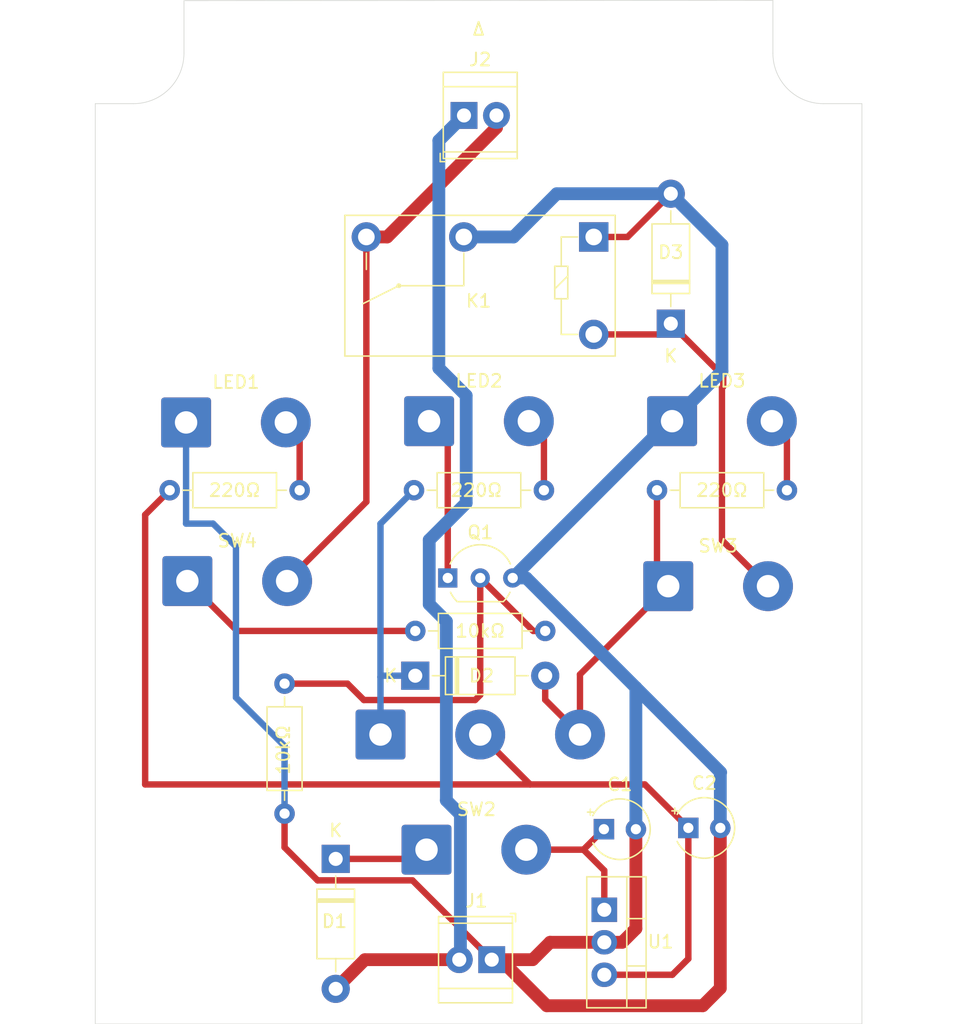
<source format=kicad_pcb>
(kicad_pcb (version 20211014) (generator pcbnew)
  (layers (0 "F.Cu" signal) (31 "B.Cu" signal) (34 "B.Paste" user) (35 "F.Paste" user) (36 "B.SilkS" user "B.Silkscreen") (37 "F.SilkS" user "F.Silkscreen") (38 "B.Mask" user) (39 "F.Mask" user) (44 "Edge.Cuts" user))
  (net 0 "")
  (net 1 "Net-(C1-Pad1)")
  (net 2 "GND")
  (net 3 "+5V")
  (net 4 "Net-(D1-Pad1)")
  (net 5 "VCC")
  (net 6 "TEST")
  (net 7 "ARM")
  (net 8 "Net-(D3-Pad1)")
  (net 9 "IGNITER")
  (net 10 "Net-(LED1-Pad2)")
  (net 11 "Net-(LED2-Pad2)")
  (net 12 "Net-(LED3-Pad2)")
  (net 13 "Net-(Q1-Pad2)")
  (net 14 "Net-(R5-Pad2)")
  (net 15 "Net-(LED2-Pad1)")
  (footprint "MountingHole:MountingHole_3.2mm_M3" (layer "F.Cu") (at 27.432 37.465)
    (fp_text reference "REF**" hide)
    (fp_text value "MountingHole_3.2mm_M3")
    (pad "" np_thru_hole circle locked (at 0 0) (size 3.2 3.2) (drill 3.2) (layers *.Cu *.Mask))
  )
  (footprint "MountingHole:MountingHole_3.2mm_M3" (layer "F.Cu") (at 83.312 37.465)
    (fp_text reference "REF**" hide)
    (fp_text value "MountingHole_3.2mm_M3")
    (pad "" np_thru_hole circle locked (at 0 0) (size 3.2 3.2) (drill 3.2) (layers *.Cu *.Mask))
  )
  (footprint "MountingHole:MountingHole_3.2mm_M3" (layer "F.Cu") (at 27.5336 96.139)
    (fp_text reference "REF**" hide)
    (fp_text value "MountingHole_3.2mm_M3")
    (pad "" np_thru_hole circle locked (at 0 0) (size 3.2 3.2) (drill 3.2) (layers *.Cu *.Mask))
  )
  (footprint "MountingHole:MountingHole_3.2mm_M3" (layer "F.Cu") (at 83.312 96.139)
    (fp_text reference "REF**" hide)
    (fp_text value "MountingHole_3.2mm_M3")
    (pad "" np_thru_hole circle locked (at 0 0) (size 3.2 3.2) (drill 3.2) (layers *.Cu *.Mask))
  )
  (footprint "Package_TO_SOT_THT:TO-92_Inline_Wide" (layer "F.Cu") (at 52.96 70.56)
    (fp_text reference "Q1" (at 2.54 -3.56) (layer "F.SilkS"))
    (fp_text value "BS170")
    (fp_line (start 0.74 1.85) (end 4.34 1.85) (layer "F.SilkS") (width 0.12))
    (fp_arc (start 0.74 1.85) (mid 0.446097 1.509328) (end 0.215816 1.122795) (layer "F.SilkS") (width 0.12))
    (fp_arc (start 0.1836 -1.098807) (mid 1.143021 -2.192817) (end 2.54 -2.6) (layer "F.SilkS") (width 0.12))
    (fp_arc (start 4.864184 1.122795) (mid 4.633903 1.509328) (end 4.34 1.85) (layer "F.SilkS") (width 0.12))
    (fp_arc (start 2.54 -2.6) (mid 3.936979 -2.192818) (end 4.8964 -1.098807) (layer "F.SilkS") (width 0.12))
    (pad "1" thru_hole rect (at 0 0) (size 1.5 1.5) (drill 0.8) (layers *.Cu *.Mask) (net 15 "Net-(LED2-Pad1)"))
    (pad "2" thru_hole circle (at 2.54 0) (size 1.5 1.5) (drill 0.8) (layers *.Cu *.Mask) (net 13 "Net-(Q1-Pad2)"))
    (pad "3" thru_hole circle (at 5.08 0) (size 1.5 1.5) (drill 0.8) (layers *.Cu *.Mask) (net 2 "GND"))
  )
  (footprint "Resistor_THT:R_Axial_DIN0207_L6.3mm_D2.5mm_P10.16mm_Horizontal" (layer "F.Cu") (at 69.32 63.7)
    (fp_text reference "R3" hide)
    (fp_text value "220Ω" (at 5.08 0) (layer "F.SilkS"))
    (fp_line (start 9.12 0) (end 8.35 0) (layer "F.SilkS") (width 0.12))
    (fp_line (start 1.81 1.37) (end 8.35 1.37) (layer "F.SilkS") (width 0.12))
    (fp_line (start 8.35 -1.37) (end 1.81 -1.37) (layer "F.SilkS") (width 0.12))
    (fp_line (start 1.04 0) (end 1.81 0) (layer "F.SilkS") (width 0.12))
    (fp_line (start 1.81 -1.37) (end 1.81 1.37) (layer "F.SilkS") (width 0.12))
    (fp_line (start 8.35 1.37) (end 8.35 -1.37) (layer "F.SilkS") (width 0.12))
    (pad "1" thru_hole circle (at 0 0) (size 1.6 1.6) (drill 0.8) (layers *.Cu *.Mask) (net 7 "ARM"))
    (pad "2" thru_hole oval (at 10.16 0) (size 1.6 1.6) (drill 0.8) (layers *.Cu *.Mask) (net 12 "Net-(LED3-Pad2)"))
  )
  (footprint "Resistor_THT:R_Axial_DIN0207_L6.3mm_D2.5mm_P10.16mm_Horizontal" (layer "F.Cu") (at 60.58 74.7 180)
    (fp_text reference "R5" hide)
    (fp_text value "10kΩ" (at 5.08 0) (layer "F.SilkS"))
    (fp_line (start 8.35 -1.37) (end 1.81 -1.37) (layer "F.SilkS") (width 0.12))
    (fp_line (start 1.81 1.37) (end 8.35 1.37) (layer "F.SilkS") (width 0.12))
    (fp_line (start 1.04 0) (end 1.81 0) (layer "F.SilkS") (width 0.12))
    (fp_line (start 1.81 -1.37) (end 1.81 1.37) (layer "F.SilkS") (width 0.12))
    (fp_line (start 9.12 0) (end 8.35 0) (layer "F.SilkS") (width 0.12))
    (fp_line (start 8.35 1.37) (end 8.35 -1.37) (layer "F.SilkS") (width 0.12))
    (pad "1" thru_hole circle (at 0 0 180) (size 1.6 1.6) (drill 0.8) (layers *.Cu *.Mask) (net 13 "Net-(Q1-Pad2)"))
    (pad "2" thru_hole oval (at 10.16 0 180) (size 1.6 1.6) (drill 0.8) (layers *.Cu *.Mask) (net 14 "Net-(R5-Pad2)"))
  )
  (footprint "Capacitor_THT:CP_Radial_Tantal_D4.5mm_P2.50mm" (layer "F.Cu") (at 71.771144 90.1)
    (fp_text reference "C2" (at 1.25 -3.5) (layer "F.SilkS"))
    (fp_text value "0.1µF")
    (fp_line (start -1.287288 -1.335) (end -0.837288 -1.335) (layer "F.SilkS") (width 0.12))
    (fp_line (start -1.062288 -1.56) (end -1.062288 -1.11) (layer "F.SilkS") (width 0.12))
    (fp_arc (start -0.869741 -1.06) (mid 3.62 0) (end -0.869741 1.06) (layer "F.SilkS") (width 0.12))
    (pad "1" thru_hole rect (at 0 0) (size 1.6 1.6) (drill 0.8) (layers *.Cu *.Mask) (net 3 "+5V"))
    (pad "2" thru_hole circle (at 2.5 0) (size 1.6 1.6) (drill 0.8) (layers *.Cu *.Mask) (net 2 "GND"))
  )
  (footprint "Connector_Wire:SolderWire-1sqmm_1x02_P7.8mm_D1.4mm_OD3.9mm" (layer "F.Cu") (at 70.5 58.3)
    (fp_text reference "LED3" (at 3.9 -3.15) (layer "F.SilkS"))
    (fp_text value "Red")
    (pad "1" thru_hole roundrect (at 0 0) (size 3.9 3.9) (drill 1.75) (layers *.Cu *.Mask) (roundrect_rratio 0.064103) (net 2 "GND"))
    (pad "2" thru_hole circle (at 7.8 0) (size 3.9 3.9) (drill 1.75) (layers *.Cu *.Mask) (net 12 "Net-(LED3-Pad2)"))
  )
  (footprint "Connector_Wire:SolderWire-1sqmm_1x02_P7.8mm_D1.4mm_OD3.9mm" (layer "F.Cu") (at 32.5 58.4)
    (fp_text reference "LED1" (at 3.9 -3.15) (layer "F.SilkS"))
    (fp_text value "Grn")
    (pad "1" thru_hole roundrect (at 0 0) (size 3.9 3.9) (drill 1.75) (layers *.Cu *.Mask) (roundrect_rratio 0.064103) (net 2 "GND"))
    (pad "2" thru_hole circle (at 7.8 0) (size 3.9 3.9) (drill 1.75) (layers *.Cu *.Mask) (net 10 "Net-(LED1-Pad2)"))
  )
  (footprint "Diode_THT:D_DO-41_SOD81_P10.16mm_Horizontal" (layer "F.Cu") (at 50.42 78.2)
    (fp_text reference "D2" (at 5.18 0 180) (layer "F.SilkS"))
    (fp_text value "1N4007")
    (fp_text user "K" (at -1.92 0) (layer "F.SilkS"))
    (fp_line (start 3.26 -1.47) (end 3.26 1.47) (layer "F.SilkS") (width 0.12))
    (fp_line (start 1.34 0) (end 2.36 0) (layer "F.SilkS") (width 0.12))
    (fp_line (start 2.36 1.47) (end 7.8 1.47) (layer "F.SilkS") (width 0.12))
    (fp_line (start 7.8 1.47) (end 7.8 -1.47) (layer "F.SilkS") (width 0.12))
    (fp_line (start 7.8 -1.47) (end 2.36 -1.47) (layer "F.SilkS") (width 0.12))
    (fp_line (start 3.38 -1.47) (end 3.38 1.47) (layer "F.SilkS") (width 0.12))
    (fp_line (start 2.36 -1.47) (end 2.36 1.47) (layer "F.SilkS") (width 0.12))
    (fp_line (start 3.14 -1.47) (end 3.14 1.47) (layer "F.SilkS") (width 0.12))
    (fp_line (start 8.82 0) (end 7.8 0) (layer "F.SilkS") (width 0.12))
    (pad "1" thru_hole rect (at 0 0) (size 2.2 2.2) (drill 1.1) (layers *.Cu *.Mask) (net 6 "TEST"))
    (pad "2" thru_hole oval (at 10.16 0) (size 2.2 2.2) (drill 1.1) (layers *.Cu *.Mask) (net 7 "ARM"))
  )
  (footprint "Relay_THT:Relay_SPST_Omron-G5Q-1A" (layer "F.Cu") (at 64.375 43.9 180)
    (fp_text reference "K1" (at 9 -5) (layer "F.SilkS"))
    (fp_text value "G5Q-1A")
    (fp_line (start 3.05 -2.29) (end 2.54 -2.29) (layer "F.SilkS") (width 0.12))
    (fp_line (start -1.68 1.69) (end -1.68 -9.31) (layer "F.SilkS") (width 0.12))
    (fp_line (start -1.68 1.69) (end 19.46 1.69) (layer "F.SilkS") (width 0.12))
    (fp_line (start 17.78 -1.27) (end 17.78 -2.54) (layer "F.SilkS") (width 0.12))
    (fp_line (start 2.54 0) (end 2.54 -2.29) (layer "F.SilkS") (width 0.12))
    (fp_line (start 2.54 -4.83) (end 2.54 -7.62) (layer "F.SilkS") (width 0.12))
    (fp_line (start 2.54 -4.83) (end 3.05 -4.83) (layer "F.SilkS") (width 0.12))
    (fp_line (start 3.05 -4.83) (end 3.05 -2.29) (layer "F.SilkS") (width 0.12))
    (fp_line (start 10.16 -3.81) (end 15.24 -3.81) (layer "F.SilkS") (width 0.12))
    (fp_line (start 19.46 1.69) (end 19.46 -9.31) (layer "F.SilkS") (width 0.12))
    (fp_line (start 2.54 -7.62) (end 1.27 -7.62) (layer "F.SilkS") (width 0.12))
    (fp_line (start 2.03 -3.05) (end 3.05 -4.06) (layer "F.SilkS") (width 0.12))
    (fp_line (start 2.03 -2.29) (end 2.03 -4.83) (layer "F.SilkS") (width 0.12))
    (fp_line (start 2.54 -2.29) (end 2.03 -2.29) (layer "F.SilkS") (width 0.12))
    (fp_line (start 15.24 -3.81) (end 18.03 -5.21) (layer "F.SilkS") (width 0.12))
    (fp_line (start 1.27 0) (end 2.54 0) (layer "F.SilkS") (width 0.12))
    (fp_line (start 10.16 -1.27) (end 10.16 -3.81) (layer "F.SilkS") (width 0.12))
    (fp_line (start -1.68 -9.31) (end 19.46 -9.31) (layer "F.SilkS") (width 0.12))
    (fp_line (start 2.03 -4.83) (end 2.54 -4.83) (layer "F.SilkS") (width 0.12))
    (fp_circle (center 15.24 -3.81) (end 15.24 -3.68) (layer "F.SilkS") (width 0.12) (fill none))
    (pad "1" thru_hole rect (at 0 0) (size 2.3 2.3) (drill 1.3) (layers *.Cu *.Mask) (net 2 "GND"))
    (pad "2" thru_hole circle (at 10.16 0) (size 2.3 2.3) (drill 1.3) (layers *.Cu *.Mask) (net 2 "GND"))
    (pad "3" thru_hole circle (at 17.78 0) (size 2.3 2.3) (drill 1.3) (layers *.Cu *.Mask) (net 9 "IGNITER"))
    (pad "5" thru_hole circle (at 0 -7.62) (size 2.3 2.3) (drill 1.3) (layers *.Cu *.Mask) (net 8 "Net-(D3-Pad1)"))
  )
  (footprint "Resistor_THT:R_Axial_DIN0207_L6.3mm_D2.5mm_P10.16mm_Horizontal" (layer "F.Cu") (at 31.22 63.7)
    (fp_text reference "R1" hide)
    (fp_text value "220Ω" (at 5.08 0) (layer "F.SilkS"))
    (fp_line (start 1.81 1.37) (end 8.35 1.37) (layer "F.SilkS") (width 0.12))
    (fp_line (start 1.81 -1.37) (end 1.81 1.37) (layer "F.SilkS") (width 0.12))
    (fp_line (start 8.35 1.37) (end 8.35 -1.37) (layer "F.SilkS") (width 0.12))
    (fp_line (start 8.35 -1.37) (end 1.81 -1.37) (layer "F.SilkS") (width 0.12))
    (fp_line (start 9.12 0) (end 8.35 0) (layer "F.SilkS") (width 0.12))
    (fp_line (start 1.04 0) (end 1.81 0) (layer "F.SilkS") (width 0.12))
    (pad "1" thru_hole circle (at 0 0) (size 1.6 1.6) (drill 0.8) (layers *.Cu *.Mask) (net 3 "+5V"))
    (pad "2" thru_hole oval (at 10.16 0) (size 1.6 1.6) (drill 0.8) (layers *.Cu *.Mask) (net 10 "Net-(LED1-Pad2)"))
  )
  (footprint "Connector_Wire:SolderWire-1sqmm_1x02_P7.8mm_D1.4mm_OD3.9mm" (layer "F.Cu") (at 51.5 58.3)
    (fp_text reference "LED2" (at 3.9 -3.15) (layer "F.SilkS"))
    (fp_text value "Ylw")
    (pad "1" thru_hole roundrect (at 0 0) (size 3.9 3.9) (drill 1.75) (layers *.Cu *.Mask) (roundrect_rratio 0.064103) (net 15 "Net-(LED2-Pad1)"))
    (pad "2" thru_hole circle (at 7.8 0) (size 3.9 3.9) (drill 1.75) (layers *.Cu *.Mask) (net 11 "Net-(LED2-Pad2)"))
  )
  (footprint "Resistor_THT:R_Axial_DIN0207_L6.3mm_D2.5mm_P10.16mm_Horizontal" (layer "F.Cu") (at 60.48 63.7 180)
    (fp_text reference "R2" hide)
    (fp_text value "220Ω" (at 5.28 0) (layer "F.SilkS"))
    (fp_line (start 9.12 0) (end 8.35 0) (layer "F.SilkS") (width 0.12))
    (fp_line (start 1.81 1.37) (end 8.35 1.37) (layer "F.SilkS") (width 0.12))
    (fp_line (start 1.04 0) (end 1.81 0) (layer "F.SilkS") (width 0.12))
    (fp_line (start 8.35 1.37) (end 8.35 -1.37) (layer "F.SilkS") (width 0.12))
    (fp_line (start 1.81 -1.37) (end 1.81 1.37) (layer "F.SilkS") (width 0.12))
    (fp_line (start 8.35 -1.37) (end 1.81 -1.37) (layer "F.SilkS") (width 0.12))
    (pad "1" thru_hole circle (at 0 0 180) (size 1.6 1.6) (drill 0.8) (layers *.Cu *.Mask) (net 11 "Net-(LED2-Pad2)"))
    (pad "2" thru_hole oval (at 10.16 0 180) (size 1.6 1.6) (drill 0.8) (layers *.Cu *.Mask) (net 6 "TEST"))
  )
  (footprint "TerminalBlock_TE-Connectivity:TerminalBlock_TE_282834-2_1x02_P2.54mm_Horizontal" (layer "F.Cu") (at 56.4 100.4 180)
    (fp_text reference "J1" (at 1.2 4.6) (layer "F.SilkS"))
    (fp_text value "Screw_Terminal_01x02")
    (fp_line (start -1.86 3.61) (end -1.46 3.61) (layer "F.SilkS") (width 0.12))
    (fp_line (start -1.86 2.97) (end -1.86 3.61) (layer "F.SilkS") (width 0.12))
    (fp_line (start -1.62 2.85) (end 4.16 2.85) (layer "F.SilkS") (width 0.12))
    (fp_line (start -1.62 -3.37) (end 4.16 -3.37) (layer "F.SilkS") (width 0.12))
    (fp_line (start 4.16 -3.37) (end 4.16 3.37) (layer "F.SilkS") (width 0.12))
    (fp_line (start -1.62 -3.37) (end -1.62 3.37) (layer "F.SilkS") (width 0.12))
    (fp_line (start -1.62 3.37) (end 4.16 3.37) (layer "F.SilkS") (width 0.12))
    (fp_line (start -1.62 -2.25) (end 4.16 -2.25) (layer "F.SilkS") (width 0.12))
    (pad "1" thru_hole rect (at 0 0 180) (size 2.1 2.1) (drill 1.1) (layers *.Cu *.Mask) (net 2 "GND"))
    (pad "2" thru_hole circle (at 2.54 0 180) (size 2.1 2.1) (drill 1.1) (layers *.Cu *.Mask) (net 5 "VCC"))
  )
  (footprint "Diode_THT:D_DO-41_SOD81_P10.16mm_Horizontal" (layer "F.Cu") (at 70.4 50.68 90)
    (fp_text reference "D3" (at 5.58 0) (layer "F.SilkS"))
    (fp_text value "1N4007")
    (fp_text user "K" (at -2.52 0 180) (layer "F.SilkS"))
    (fp_line (start 3.14 -1.47) (end 3.14 1.47) (layer "F.SilkS") (width 0.12))
    (fp_line (start 1.34 0) (end 2.36 0) (layer "F.SilkS") (width 0.12))
    (fp_line (start 3.38 -1.47) (end 3.38 1.47) (layer "F.SilkS") (width 0.12))
    (fp_line (start 2.36 1.47) (end 7.8 1.47) (layer "F.SilkS") (width 0.12))
    (fp_line (start 2.36 -1.47) (end 2.36 1.47) (layer "F.SilkS") (width 0.12))
    (fp_line (start 7.8 -1.47) (end 2.36 -1.47) (layer "F.SilkS") (width 0.12))
    (fp_line (start 3.26 -1.47) (end 3.26 1.47) (layer "F.SilkS") (width 0.12))
    (fp_line (start 7.8 1.47) (end 7.8 -1.47) (layer "F.SilkS") (width 0.12))
    (fp_line (start 8.82 0) (end 7.8 0) (layer "F.SilkS") (width 0.12))
    (pad "1" thru_hole rect (at 0 0 90) (size 2.2 2.2) (drill 1.1) (layers *.Cu *.Mask) (net 8 "Net-(D3-Pad1)"))
    (pad "2" thru_hole oval (at 10.16 0 90) (size 2.2 2.2) (drill 1.1) (layers *.Cu *.Mask) (net 2 "GND"))
  )
  (footprint "TerminalBlock_TE-Connectivity:TerminalBlock_TE_282834-2_1x02_P2.54mm_Horizontal" (layer "F.Cu") (at 54.23 34.4)
    (fp_text reference "J2" (at 1.27 -4.37) (layer "F.SilkS"))
    (fp_text value "Screw_Terminal_01x02")
    (fp_line (start 4.16 -3.37) (end 4.16 3.37) (layer "F.SilkS") (width 0.12))
    (fp_line (start -1.86 2.97) (end -1.86 3.61) (layer "F.SilkS") (width 0.12))
    (fp_line (start -1.62 -2.25) (end 4.16 -2.25) (layer "F.SilkS") (width 0.12))
    (fp_line (start -1.62 -3.37) (end 4.16 -3.37) (layer "F.SilkS") (width 0.12))
    (fp_line (start -1.86 3.61) (end -1.46 3.61) (layer "F.SilkS") (width 0.12))
    (fp_line (start -1.62 2.85) (end 4.16 2.85) (layer "F.SilkS") (width 0.12))
    (fp_line (start -1.62 -3.37) (end -1.62 3.37) (layer "F.SilkS") (width 0.12))
    (fp_line (start -1.62 3.37) (end 4.16 3.37) (layer "F.SilkS") (width 0.12))
    (pad "1" thru_hole rect (at 0 0) (size 2.1 2.1) (drill 1.1) (layers *.Cu *.Mask) (net 5 "VCC"))
    (pad "2" thru_hole circle (at 2.54 0) (size 2.1 2.1) (drill 1.1) (layers *.Cu *.Mask) (net 9 "IGNITER"))
  )
  (footprint "Resistor_THT:R_Axial_DIN0207_L6.3mm_D2.5mm_P10.16mm_Horizontal" (layer "F.Cu") (at 40.2 88.98 90)
    (fp_text reference "R4" hide)
    (fp_text value "10kΩ" (at 4.98 -0.1 90) (layer "F.SilkS"))
    (fp_line (start 8.35 -1.37) (end 1.81 -1.37) (layer "F.SilkS") (width 0.12))
    (fp_line (start 1.04 0) (end 1.81 0) (layer "F.SilkS") (width 0.12))
    (fp_line (start 9.12 0) (end 8.35 0) (layer "F.SilkS") (width 0.12))
    (fp_line (start 8.35 1.37) (end 8.35 -1.37) (layer "F.SilkS") (width 0.12))
    (fp_line (start 1.81 1.37) (end 8.35 1.37) (layer "F.SilkS") (width 0.12))
    (fp_line (start 1.81 -1.37) (end 1.81 1.37) (layer "F.SilkS") (width 0.12))
    (pad "1" thru_hole circle (at 0 0 90) (size 1.6 1.6) (drill 0.8) (layers *.Cu *.Mask) (net 2 "GND"))
    (pad "2" thru_hole oval (at 10.16 0 90) (size 1.6 1.6) (drill 0.8) (layers *.Cu *.Mask) (net 13 "Net-(Q1-Pad2)"))
  )
  (footprint "Connector_Wire:SolderWire-1sqmm_1x02_P7.8mm_D1.4mm_OD3.9mm" (layer "F.Cu") (at 32.6 70.8)
    (fp_text reference "SW4" (at 3.9 -3.15) (layer "F.SilkS"))
    (fp_text value "SW_Push")
    (pad "1" thru_hole roundrect (at 0 0) (size 3.9 3.9) (drill 1.75) (layers *.Cu *.Mask) (roundrect_rratio 0.064103) (net 14 "Net-(R5-Pad2)"))
    (pad "2" thru_hole circle (at 7.8 0) (size 3.9 3.9) (drill 1.75) (layers *.Cu *.Mask) (net 9 "IGNITER"))
  )
  (footprint "Connector_Wire:SolderWire-1sqmm_1x02_P7.8mm_D1.4mm_OD3.9mm" (layer "F.Cu") (at 51.3 91.8)
    (fp_text reference "SW2" (at 3.9 -3.15) (layer "F.SilkS"))
    (fp_text value "SW_SPST")
    (pad "1" thru_hole roundrect (at 0 0) (size 3.9 3.9) (drill 1.75) (layers *.Cu *.Mask) (roundrect_rratio 0.064103) (net 4 "Net-(D1-Pad1)"))
    (pad "2" thru_hole circle (at 7.8 0) (size 3.9 3.9) (drill 1.75) (layers *.Cu *.Mask) (net 1 "Net-(C1-Pad1)"))
  )
  (footprint "Diode_THT:D_DO-41_SOD81_P10.16mm_Horizontal" (layer "F.Cu") (at 44.2 92.52 -90)
    (fp_text reference "D1" (at 4.88 0.1 180) (layer "F.SilkS"))
    (fp_text value "D_Schottky")
    (fp_text user "K" (at -2.22 0 180) (layer "F.SilkS"))
    (fp_line (start 7.8 1.47) (end 7.8 -1.47) (layer "F.SilkS") (width 0.12))
    (fp_line (start 3.14 -1.47) (end 3.14 1.47) (layer "F.SilkS") (width 0.12))
    (fp_line (start 7.8 -1.47) (end 2.36 -1.47) (layer "F.SilkS") (width 0.12))
    (fp_line (start 3.26 -1.47) (end 3.26 1.47) (layer "F.SilkS") (width 0.12))
    (fp_line (start 3.38 -1.47) (end 3.38 1.47) (layer "F.SilkS") (width 0.12))
    (fp_line (start 2.36 1.47) (end 7.8 1.47) (layer "F.SilkS") (width 0.12))
    (fp_line (start 2.36 -1.47) (end 2.36 1.47) (layer "F.SilkS") (width 0.12))
    (fp_line (start 1.34 0) (end 2.36 0) (layer "F.SilkS") (width 0.12))
    (fp_line (start 8.82 0) (end 7.8 0) (layer "F.SilkS") (width 0.12))
    (pad "1" thru_hole rect (at 0 0 270) (size 2.2 2.2) (drill 1.1) (layers *.Cu *.Mask) (net 4 "Net-(D1-Pad1)"))
    (pad "2" thru_hole oval (at 10.16 0 270) (size 2.2 2.2) (drill 1.1) (layers *.Cu *.Mask) (net 5 "VCC"))
  )
  (footprint "Connector_Wire:SolderWire-1sqmm_1x03_P7.8mm_D1.4mm_OD3.9mm" (layer "F.Cu") (at 47.7 82.8)
    (fp_text reference "SW1" hide)
    (fp_text value "SW_SPDT_MSM")
    (pad "1" thru_hole roundrect (at 0 0) (size 3.9 3.9) (drill 1.75) (layers *.Cu *.Mask) (roundrect_rratio 0.064103) (net 6 "TEST"))
    (pad "2" thru_hole circle (at 7.8 0) (size 3.9 3.9) (drill 1.75) (layers *.Cu *.Mask) (net 3 "+5V"))
    (pad "3" thru_hole circle (at 15.6 0) (size 3.9 3.9) (drill 1.75) (layers *.Cu *.Mask) (net 7 "ARM"))
  )
  (footprint "Capacitor_THT:CP_Radial_Tantal_D4.5mm_P2.50mm" (layer "F.Cu") (at 65.171144 90.2)
    (fp_text reference "C1" (at 1.25 -3.5) (layer "F.SilkS"))
    (fp_text value "0.33µF")
    (fp_line (start -1.287288 -1.335) (end -0.837288 -1.335) (layer "F.SilkS") (width 0.12))
    (fp_line (start -1.062288 -1.56) (end -1.062288 -1.11) (layer "F.SilkS") (width 0.12))
    (fp_arc (start -0.869741 -1.06) (mid 3.62 0) (end -0.869741 1.06) (layer "F.SilkS") (width 0.12))
    (pad "1" thru_hole rect (at 0 0) (size 1.6 1.6) (drill 0.8) (layers *.Cu *.Mask) (net 1 "Net-(C1-Pad1)"))
    (pad "2" thru_hole circle (at 2.5 0) (size 1.6 1.6) (drill 0.8) (layers *.Cu *.Mask) (net 2 "GND"))
  )
  (footprint "Connector_Wire:SolderWire-1sqmm_1x02_P7.8mm_D1.4mm_OD3.9mm" (layer "F.Cu") (at 70.2 71.2)
    (fp_text reference "SW3" (at 3.9 -3.15) (layer "F.SilkS"))
    (fp_text value "SW_SPST")
    (pad "1" thru_hole roundrect (at 0 0) (size 3.9 3.9) (drill 1.75) (layers *.Cu *.Mask) (roundrect_rratio 0.064103) (net 7 "ARM"))
    (pad "2" thru_hole circle (at 7.8 0) (size 3.9 3.9) (drill 1.75) (layers *.Cu *.Mask) (net 8 "Net-(D3-Pad1)"))
  )
  (footprint "Package_TO_SOT_THT:TO-220-3_Vertical" (layer "F.Cu") (at 65.2 96.5 -90)
    (fp_text reference "U1" (at 2.5 -4.4 180) (layer "F.SilkS"))
    (fp_text value "L7805")
    (fp_line (start -2.58 -3.27) (end -2.58 1.371) (layer "F.SilkS") (width 0.12))
    (fp_line (start 4.391 -3.27) (end 4.391 -1.76) (layer "F.SilkS") (width 0.12))
    (fp_line (start -2.58 1.371) (end 7.66 1.371) (layer "F.SilkS") (width 0.12))
    (fp_line (start -2.58 -1.76) (end 7.66 -1.76) (layer "F.SilkS") (width 0.12))
    (fp_line (start -2.58 -3.27) (end 7.66 -3.27) (layer "F.SilkS") (width 0.12))
    (fp_line (start 0.69 -3.27) (end 0.69 -1.76) (layer "F.SilkS") (width 0.12))
    (fp_line (start 7.66 -3.27) (end 7.66 1.371) (layer "F.SilkS") (width 0.12))
    (pad "1" thru_hole rect (at 0 0 270) (size 1.905 2) (drill 1.1) (layers *.Cu *.Mask) (net 1 "Net-(C1-Pad1)"))
    (pad "2" thru_hole oval (at 2.54 0 270) (size 1.905 2) (drill 1.1) (layers *.Cu *.Mask) (net 2 "GND"))
    (pad "3" thru_hole oval (at 5.08 0 270) (size 1.905 2) (drill 1.1) (layers *.Cu *.Mask) (net 3 "+5V"))
  )
  (gr_line (start 25.4 105.41) (end 25.4 33.4772) (layer "Edge.Cuts") (width 0.05))
  (gr_line (start 82.3214 33.4772) (end 85.344 33.4772) (layer "Edge.Cuts") (width 0.05))
  (gr_arc (start 82.3214 33.4772) (mid 79.537521 32.324079) (end 78.3844 29.5402) (layer "Edge.Cuts") (width 0.05))
  (gr_line (start 85.344 33.4772) (end 85.344 105.41) (layer "Edge.Cuts") (width 0.05))
  (gr_line (start 32.3342 25.4254) (end 32.3342 29.5402) (layer "Edge.Cuts") (width 0.05))
  (gr_line (start 32.3342 25.4254) (end 78.3844 25.4) (layer "Edge.Cuts") (width 0.05))
  (gr_line (start 85.344 105.41) (end 25.4 105.41) (layer "Edge.Cuts") (width 0.05))
  (gr_line (start 78.3844 29.5402) (end 78.3844 25.4) (layer "Edge.Cuts") (width 0.05))
  (gr_arc (start 32.3342 29.5402) (mid 31.181079 32.324079) (end 28.3972 33.4772) (layer "Edge.Cuts") (width 0.05))
  (gr_line (start 25.4 33.4772) (end 28.3972 33.4772) (layer "Edge.Cuts") (width 0.05))
  (gr_text "∆" (at 55.372 27.6352) (layer "F.SilkS") (effects (font (size 1 1))))
  (segment (start 59.1 91.8) (end 63.571144 91.8) (width 0.5) (layer "F.Cu") (net 1))
  (segment (start 65.2 93.428856) (end 65.2 96.5) (width 0.5) (layer "F.Cu") (net 1))
  (segment (start 63.571144 91.8) (end 65.171144 90.2) (width 0.5) (layer "F.Cu") (net 1))
  (segment (start 63.571144 91.8) (end 65.2 93.428856) (width 0.5) (layer "F.Cu") (net 1))
  (segment (start 65.2 99.04) (end 60.96 99.04) (width 1) (layer "F.Cu") (net 2))
  (segment (start 56.4 100.4) (end 50.19952 94.19952) (width 0.5) (layer "F.Cu") (net 2))
  (segment (start 64.375 43.9) (end 67.02 43.9) (width 0.5) (layer "F.Cu") (net 2))
  (segment (start 42.780498 94.19952) (end 40.2 91.619022) (width 0.5) (layer "F.Cu") (net 2))
  (segment (start 66.605 99.04) (end 67.671144 97.973856) (width 1) (layer "F.Cu") (net 2))
  (segment (start 60.7 104) (end 57.1 100.4) (width 1) (layer "F.Cu") (net 2))
  (segment (start 59.6 100.4) (end 56.4 100.4) (width 1) (layer "F.Cu") (net 2))
  (segment (start 65.2 99.04) (end 66.605 99.04) (width 1) (layer "F.Cu") (net 2))
  (segment (start 67.02 43.9) (end 70.4 40.52) (width 0.5) (layer "F.Cu") (net 2))
  (segment (start 74.271144 90.1) (end 74.271144 102.628856) (width 1) (layer "F.Cu") (net 2))
  (segment (start 74.271144 102.628856) (end 72.9 104) (width 1) (layer "F.Cu") (net 2))
  (segment (start 72.9 104) (end 60.7 104) (width 1) (layer "F.Cu") (net 2))
  (segment (start 67.671144 97.973856) (end 67.671144 90.2) (width 1) (layer "F.Cu") (net 2))
  (segment (start 57.1 100.4) (end 56.4 100.4) (width 1) (layer "F.Cu") (net 2))
  (segment (start 60.96 99.04) (end 59.6 100.4) (width 1) (layer "F.Cu") (net 2))
  (segment (start 50.19952 94.19952) (end 42.780498 94.19952) (width 0.5) (layer "F.Cu") (net 2))
  (segment (start 40.2 91.619022) (end 40.2 88.98) (width 0.5) (layer "F.Cu") (net 2))
  (segment (start 58.04 70.56) (end 70.3 58.3) (width 1) (layer "B.Cu") (net 2))
  (segment (start 54.215 43.9) (end 58.1 43.9) (width 1) (layer "B.Cu") (net 2))
  (segment (start 36.4 68.1) (end 34.610731 66.310731) (width 0.5) (layer "B.Cu") (net 2))
  (segment (start 58.04 70.56) (end 59.10066 70.56) (width 1) (layer "B.Cu") (net 2))
  (segment (start 34.610731 66.310731) (end 32.5 66.310731) (width 0.5) (layer "B.Cu") (net 2))
  (segment (start 67.671144 79.130484) (end 67.671144 90.2) (width 1) (layer "B.Cu") (net 2))
  (segment (start 70.3 58.3) (end 70.5 58.3) (width 0.5) (layer "B.Cu") (net 2))
  (segment (start 36.4 79.9) (end 36.4 68.1) (width 0.5) (layer "B.Cu") (net 2))
  (segment (start 32.5 66.310731) (end 32.5 58.4) (width 0.5) (layer "B.Cu") (net 2))
  (segment (start 74.3 85.8) (end 74.271144 85.828856) (width 0.5) (layer "B.Cu") (net 2))
  (segment (start 40.2 88.98) (end 40.2 83.7) (width 0.5) (layer "B.Cu") (net 2))
  (segment (start 74.4 54.4) (end 74.4 44.52) (width 1) (layer "B.Cu") (net 2))
  (segment (start 70.5 58.3) (end 74.4 54.4) (width 1) (layer "B.Cu") (net 2))
  (segment (start 58.1 43.9) (end 61.48 40.52) (width 1) (layer "B.Cu") (net 2))
  (segment (start 67.671144 79.130484) (end 74.3 85.75934) (width 1) (layer "B.Cu") (net 2))
  (segment (start 74.3 85.75934) (end 74.3 85.8) (width 0.5) (layer "B.Cu") (net 2))
  (segment (start 74.271144 85.828856) (end 74.271144 90.1) (width 1) (layer "B.Cu") (net 2))
  (segment (start 59.10066 70.56) (end 67.671144 79.130484) (width 1) (layer "B.Cu") (net 2))
  (segment (start 61.48 40.52) (end 70.4 40.52) (width 1) (layer "B.Cu") (net 2))
  (segment (start 40.2 83.7) (end 36.4 79.9) (width 0.5) (layer "B.Cu") (net 2))
  (segment (start 74.4 44.52) (end 70.4 40.52) (width 1) (layer "B.Cu") (net 2))
  (segment (start 70.52 101.58) (end 71.771144 100.328856) (width 0.5) (layer "F.Cu") (net 3))
  (segment (start 71.771144 90.1) (end 68.371144 86.7) (width 0.5) (layer "F.Cu") (net 3))
  (segment (start 68.371144 86.7) (end 59.4 86.7) (width 0.5) (layer "F.Cu") (net 3))
  (segment (start 29.3 86.7) (end 59.4 86.7) (width 0.5) (layer "F.Cu") (net 3))
  (segment (start 29.3 65.62) (end 29.3 86.7) (width 0.5) (layer "F.Cu") (net 3))
  (segment (start 31.22 63.7) (end 29.3 65.62) (width 0.5) (layer "F.Cu") (net 3))
  (segment (start 71.771144 100.328856) (end 71.771144 90.1) (width 0.5) (layer "F.Cu") (net 3))
  (segment (start 65.2 101.58) (end 70.52 101.58) (width 0.5) (layer "F.Cu") (net 3))
  (segment (start 59.4 86.7) (end 55.5 82.8) (width 0.5) (layer "F.Cu") (net 3))
  (segment (start 44.2 92.52) (end 50.58 92.52) (width 0.5) (layer "F.Cu") (net 4))
  (segment (start 50.58 92.52) (end 51.3 91.8) (width 0.5) (layer "F.Cu") (net 4))
  (segment (start 46.48 100.4) (end 44.2 102.68) (width 1) (layer "F.Cu") (net 5))
  (segment (start 53.86 100.4) (end 46.48 100.4) (width 1) (layer "F.Cu") (net 5))
  (segment (start 51.510489 72.610489) (end 52.850489 73.950489) (width 1) (layer "B.Cu") (net 5))
  (segment (start 54.4 56.3) (end 54.4 64.7) (width 1) (layer "B.Cu") (net 5))
  (segment (start 51.510489 67.589511) (end 51.510489 72.610489) (width 1) (layer "B.Cu") (net 5))
  (segment (start 52.850489 87.950489) (end 53.94952 89.04952) (width 1) (layer "B.Cu") (net 5))
  (segment (start 53.86 100.4) (end 53.94952 100.31048) (width 1) (layer "B.Cu") (net 5))
  (segment (start 52.265489 54.165489) (end 54.4 56.3) (width 1) (layer "B.Cu") (net 5))
  (segment (start 53.94952 89.04952) (end 53.94952 100.31048) (width 1) (layer "B.Cu") (net 5))
  (segment (start 54.4 64.7) (end 51.510489 67.589511) (width 1) (layer "B.Cu") (net 5))
  (segment (start 52.850489 73.950489) (end 52.850489 87.950489) (width 1) (layer "B.Cu") (net 5))
  (segment (start 54.23 34.4) (end 52.265489 36.364511) (width 1) (layer "B.Cu") (net 5))
  (segment (start 52.265489 36.364511) (end 52.265489 54.165489) (width 1) (layer "B.Cu") (net 5))
  (segment (start 47.7 82.8) (end 47.7 78.3) (width 0.5) (layer "B.Cu") (net 6))
  (segment (start 47.7 66.32) (end 50.32 63.7) (width 0.5) (layer "B.Cu") (net 6))
  (segment (start 47.7 78.3) (end 47.7 66.32) (width 0.5) (layer "B.Cu") (net 6))
  (segment (start 50.42 78.2) (end 47.8 78.2) (width 0.5) (layer "B.Cu") (net 6))
  (segment (start 47.8 78.2) (end 47.7 78.3) (width 0.5) (layer "B.Cu") (net 6))
  (segment (start 63.3 78.1) (end 70.2 71.2) (width 0.5) (layer "F.Cu") (net 7))
  (segment (start 70.2 71.2) (end 69.32 70.32) (width 0.5) (layer "F.Cu") (net 7))
  (segment (start 60.58 80.08) (end 60.58 78.2) (width 0.5) (layer "F.Cu") (net 7))
  (segment (start 69.32 70.32) (end 69.32 63.7) (width 0.5) (layer "F.Cu") (net 7))
  (segment (start 63.3 82.8) (end 60.58 80.08) (width 0.5) (layer "F.Cu") (net 7))
  (segment (start 63.3 82.8) (end 63.3 78.1) (width 0.5) (layer "F.Cu") (net 7))
  (segment (start 74.4 55.7) (end 74.5 55.6) (width 0.5) (layer "F.Cu") (net 8))
  (segment (start 74.4 67.6) (end 74.4 55.7) (width 0.5) (layer "F.Cu") (net 8))
  (segment (start 74.5 54.78) (end 70.4 50.68) (width 0.5) (layer "F.Cu") (net 8))
  (segment (start 64.375 51.52) (end 69.56 51.52) (width 0.5) (layer "F.Cu") (net 8))
  (segment (start 78 71.2) (end 74.4 67.6) (width 0.5) (layer "F.Cu") (net 8))
  (segment (start 69.56 51.52) (end 70.4 50.68) (width 0.5) (layer "F.Cu") (net 8))
  (segment (start 74.5 55.6) (end 74.5 54.78) (width 0.5) (layer "F.Cu") (net 8))
  (segment (start 56.77 35.351345) (end 56.77 34.4) (width 1) (layer "F.Cu") (net 9))
  (segment (start 48.221345 43.9) (end 56.77 35.351345) (width 1) (layer "F.Cu") (net 9))
  (segment (start 46.595 64.605) (end 46.595 43.9) (width 0.5) (layer "F.Cu") (net 9))
  (segment (start 40.4 70.8) (end 46.595 64.605) (width 0.5) (layer "F.Cu") (net 9))
  (segment (start 46.595 43.9) (end 48.221345 43.9) (width 1) (layer "F.Cu") (net 9))
  (segment (start 41.38 59.48) (end 40.3 58.4) (width 0.5) (layer "F.Cu") (net 10))
  (segment (start 41.38 63.7) (end 41.38 59.48) (width 0.5) (layer "F.Cu") (net 10))
  (segment (start 60.48 59.48) (end 59.3 58.3) (width 0.5) (layer "F.Cu") (net 11))
  (segment (start 60.48 63.7) (end 60.48 59.48) (width 0.5) (layer "F.Cu") (net 11))
  (segment (start 79.48 59.48) (end 78.3 58.3) (width 0.5) (layer "F.Cu") (net 12))
  (segment (start 79.48 63.7) (end 79.48 59.48) (width 0.5) (layer "F.Cu") (net 12))
  (segment (start 59.64 74.7) (end 60.58 74.7) (width 0.5) (layer "F.Cu") (net 13))
  (segment (start 55.5 70.56) (end 55.5 79.7) (width 0.5) (layer "F.Cu") (net 13))
  (segment (start 55.1 80.1) (end 46.4 80.1) (width 0.5) (layer "F.Cu") (net 13))
  (segment (start 45.12 78.82) (end 40.2 78.82) (width 0.5) (layer "F.Cu") (net 13))
  (segment (start 46.4 80.1) (end 45.12 78.82) (width 0.5) (layer "F.Cu") (net 13))
  (segment (start 55.5 70.56) (end 59.64 74.7) (width 0.5) (layer "F.Cu") (net 13))
  (segment (start 55.5 79.7) (end 55.1 80.1) (width 0.5) (layer "F.Cu") (net 13))
  (segment (start 36.5 74.7) (end 50.42 74.7) (width 0.5) (layer "F.Cu") (net 14))
  (segment (start 32.6 70.8) (end 36.5 74.7) (width 0.5) (layer "F.Cu") (net 14))
  (segment (start 52.96 59.76) (end 51.5 58.3) (width 0.5) (layer "F.Cu") (net 15))
  (segment (start 52.96 70.56) (end 52.96 59.76) (width 0.5) (layer "F.Cu") (net 15))
)
</source>
